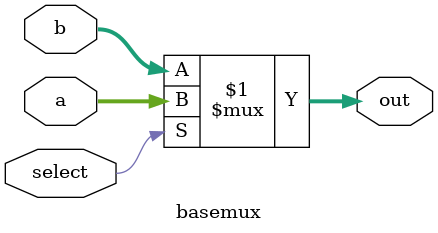
<source format=v>
/*
Basic 2:1 32-bit multiplexer unit
*/
module basemux(a, b, select, out);
input select;
input [31:0] a, b;
output [31:0] out;

//output a if select = true, b if select = false
assign out = select ? a : b;
endmodule
</source>
